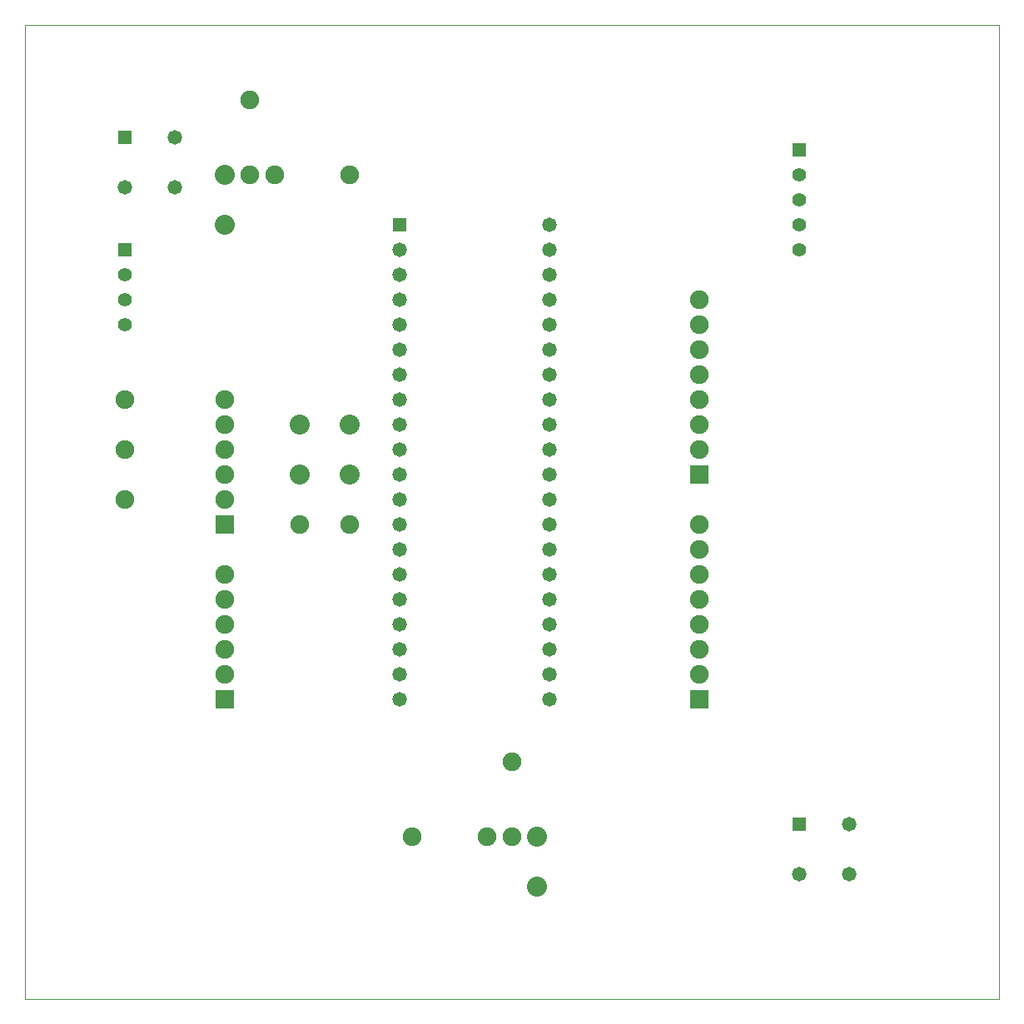
<source format=gbs>
G04 ================== begin FILE IDENTIFICATION RECORD ==================*
G04 Layout Name:  C:/Projects/Board1-ili9481/board_v4.brd*
G04 Film Name:    SOLDBOT*
G04 File Format:  Gerber RS274X*
G04 File Origin:  Cadence Allegro 17.2-P019*
G04 Origin Date:  Thu Oct 18 14:56:56 2018*
G04 *
G04 Layer:  VIA CLASS/SOLDERMASK_BOTTOM*
G04 Layer:  PIN/SOLDERMASK_BOTTOM*
G04 Layer:  PACKAGE GEOMETRY/SOLDERMASK_BOTTOM*
G04 Layer:  BOARD GEOMETRY/SOLDERMASK_BOTTOM*
G04 Layer:  BOARD GEOMETRY/DESIGN_OUTLINE*
G04 *
G04 Offset:    (0.000 0.000)*
G04 Mirror:    No*
G04 Mode:      Positive*
G04 Rotation:  0*
G04 FullContactRelief:  No*
G04 UndefLineWidth:     0.100*
G04 ================== end FILE IDENTIFICATION RECORD ====================*
%FSLAX25Y25*MOMM*%
%IR0*IPPOS*OFA0.00000B0.00000*MIA0B0*SFA1.00000B1.00000*%
%ADD16C,2.032*%
%ADD13C,1.473*%
%ADD10C,1.905*%
%ADD11C,1.397*%
%ADD15R,1.905X1.905*%
%ADD14R,1.473X1.473*%
%ADD12R,1.397X1.397*%
%ADD17C,.1*%
G75*
%LPD*%
G75*
G54D10*
X1016000Y5080000D03*
Y5588000D03*
Y6096000D03*
X2032000Y3556000D03*
Y3302000D03*
Y4318000D03*
Y4064000D03*
Y3810000D03*
Y5080000D03*
Y5842000D03*
Y5588000D03*
Y5334000D03*
Y6096000D03*
X2794000Y4826000D03*
X2540000Y8382000D03*
X2286000D03*
Y9144000D03*
X3302000Y4826000D03*
Y8382000D03*
X3937000Y1651000D03*
X4953000D03*
X4699000D03*
X4953000Y2413000D03*
X6858000Y3302000D03*
Y3556000D03*
Y4318000D03*
Y4064000D03*
Y3810000D03*
Y4826000D03*
Y4572000D03*
Y5588000D03*
Y5842000D03*
Y6604000D03*
Y6350000D03*
Y6096000D03*
Y7112000D03*
Y6858000D03*
G54D11*
X1016000Y7366000D03*
Y7112000D03*
Y6858000D03*
X7874000Y8128000D03*
Y7874000D03*
Y7620000D03*
Y8382000D03*
G54D12*
X1016000Y7620000D03*
X7874000Y8636000D03*
G54D13*
X1016000Y8255000D03*
X1524000D03*
Y8763000D03*
X3810000Y3556000D03*
Y3302000D03*
Y3048000D03*
Y4318000D03*
Y4064000D03*
Y3810000D03*
Y5080000D03*
Y4826000D03*
Y4572000D03*
Y5842000D03*
Y5588000D03*
Y5334000D03*
Y6604000D03*
Y6350000D03*
Y6096000D03*
Y7366000D03*
Y7112000D03*
Y6858000D03*
Y7620000D03*
X5334000Y3048000D03*
Y3302000D03*
Y3556000D03*
Y3810000D03*
Y4064000D03*
Y4318000D03*
Y4572000D03*
Y4826000D03*
Y5080000D03*
Y5334000D03*
Y5588000D03*
Y5842000D03*
Y6096000D03*
Y6350000D03*
Y6604000D03*
Y6858000D03*
Y7112000D03*
Y7366000D03*
Y7620000D03*
Y7874000D03*
X7874000Y1270000D03*
X8382000D03*
Y1778000D03*
G54D14*
X1016000Y8763000D03*
X3810000Y7874000D03*
X7874000Y1778000D03*
G54D15*
X2032000Y3048000D03*
Y4826000D03*
X6858000Y3048000D03*
Y5334000D03*
G54D16*
X2032000Y7874000D03*
Y8382000D03*
X2794000Y5334000D03*
Y5842000D03*
X3302000Y5334000D03*
Y5842000D03*
X5207000Y1143000D03*
Y1651000D03*
G54D17*
G01X0Y0D02*
Y9906000D01*
X9906000D01*
Y0D01*
X0D01*
M02*

</source>
